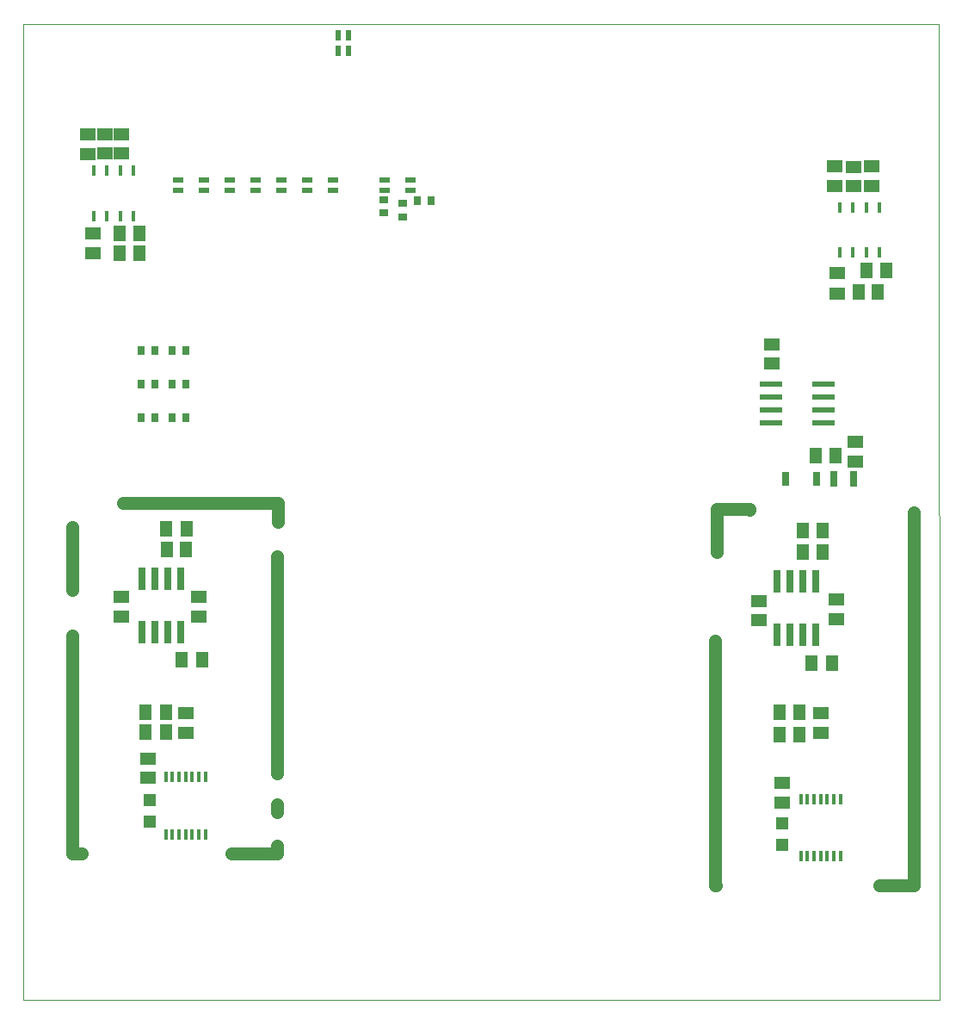
<source format=gbp>
G75*
%MOIN*%
%OFA0B0*%
%FSLAX24Y24*%
%IPPOS*%
%LPD*%
%AMOC8*
5,1,8,0,0,1.08239X$1,22.5*
%
%ADD10C,0.0000*%
%ADD11C,0.0500*%
%ADD12R,0.0512X0.0630*%
%ADD13R,0.0315X0.0551*%
%ADD14R,0.0630X0.0512*%
%ADD15R,0.0276X0.0591*%
%ADD16R,0.0472X0.0472*%
%ADD17R,0.0354X0.0276*%
%ADD18R,0.0591X0.0512*%
%ADD19R,0.0512X0.0591*%
%ADD20R,0.0276X0.0354*%
%ADD21R,0.0230X0.0400*%
%ADD22R,0.0400X0.0230*%
%ADD23R,0.0138X0.0394*%
%ADD24R,0.0256X0.0866*%
%ADD25R,0.0866X0.0236*%
%ADD26R,0.0177X0.0394*%
D10*
X000500Y000494D02*
X000500Y038246D01*
X035988Y038246D01*
X036008Y000494D01*
X000500Y000494D01*
D11*
X002413Y006163D02*
X002780Y006163D01*
X002413Y006163D02*
X002413Y014569D01*
X002413Y016341D02*
X002413Y018785D01*
X004394Y019707D02*
X004394Y019730D01*
X004394Y019707D02*
X010386Y019707D01*
X010386Y018974D01*
X010339Y017648D02*
X010339Y009266D01*
X010362Y008053D02*
X010362Y007762D01*
X010358Y006459D02*
X010362Y006163D01*
X008594Y006163D01*
X027327Y004923D02*
X027327Y014388D01*
X027374Y017817D02*
X027374Y019482D01*
X028650Y019482D01*
X028650Y019447D01*
X027390Y017817D02*
X027374Y017817D01*
X034996Y019364D02*
X034996Y004911D01*
X033689Y004911D01*
X027339Y004923D02*
X027327Y004923D01*
D12*
X029806Y010750D03*
X030594Y010750D03*
X030594Y011600D03*
X029806Y011600D03*
X031056Y013500D03*
X031844Y013500D03*
X031494Y018650D03*
X030706Y018650D03*
X031206Y021550D03*
X031994Y021550D03*
X007444Y013650D03*
X006656Y013650D03*
X006044Y011600D03*
X006044Y010850D03*
X005256Y010850D03*
X005256Y011600D03*
X006056Y018700D03*
X006844Y018700D03*
D13*
X030040Y020650D03*
X031260Y020650D03*
D14*
X032750Y021306D03*
X032750Y022094D03*
X032039Y027829D03*
X032039Y028616D03*
X003197Y029376D03*
X003197Y030163D03*
D15*
X031926Y020650D03*
X032674Y020650D03*
D16*
X029900Y007313D03*
X029900Y006487D03*
X005400Y007387D03*
X005400Y008213D03*
D17*
X014485Y030944D03*
X014485Y031456D03*
X015200Y031306D03*
X015200Y030794D03*
D18*
X004303Y033238D03*
X003665Y033238D03*
X003008Y033222D03*
X003008Y033970D03*
X003665Y033986D03*
X004303Y033986D03*
X004300Y016074D03*
X004300Y015326D03*
X007300Y015326D03*
X007300Y016074D03*
X006800Y011574D03*
X006800Y010826D03*
X005350Y009824D03*
X005350Y009076D03*
X029000Y015176D03*
X029000Y015924D03*
X032000Y015974D03*
X032000Y015226D03*
X031400Y011574D03*
X031400Y010826D03*
X029900Y008874D03*
X029900Y008126D03*
X029500Y025100D03*
X029500Y025848D03*
X031961Y031990D03*
X032677Y031982D03*
X033366Y031986D03*
X033366Y032734D03*
X032677Y032730D03*
X031961Y032738D03*
D19*
X033181Y028703D03*
X033929Y028703D03*
X033622Y027868D03*
X032874Y027868D03*
X031474Y017800D03*
X030726Y017800D03*
X006824Y017900D03*
X006076Y017900D03*
X005008Y029376D03*
X004260Y029376D03*
X004256Y030148D03*
X005004Y030148D03*
D20*
X005094Y025600D03*
X005606Y025600D03*
X006294Y025600D03*
X006806Y025600D03*
X006806Y024300D03*
X006294Y024300D03*
X005606Y024300D03*
X005094Y024300D03*
X005094Y023000D03*
X005606Y023000D03*
X006294Y023000D03*
X006806Y023000D03*
X015794Y031400D03*
X016306Y031400D03*
D21*
X013100Y037200D03*
X012700Y037200D03*
X012700Y037800D03*
X013100Y037800D03*
D22*
X012500Y032200D03*
X012500Y031800D03*
X011500Y031800D03*
X011500Y032200D03*
X010500Y032200D03*
X010500Y031800D03*
X009500Y031800D03*
X009500Y032200D03*
X008500Y032200D03*
X008500Y031800D03*
X007500Y031800D03*
X007500Y032200D03*
X006500Y032200D03*
X006500Y031800D03*
X014500Y031800D03*
X014500Y032200D03*
X015500Y032200D03*
X015500Y031800D03*
D23*
X007568Y009112D03*
X007312Y009112D03*
X007056Y009112D03*
X006800Y009112D03*
X006544Y009112D03*
X006288Y009112D03*
X006032Y009112D03*
X006032Y006888D03*
X006288Y006888D03*
X006544Y006888D03*
X006800Y006888D03*
X007056Y006888D03*
X007312Y006888D03*
X007568Y006888D03*
X030632Y006038D03*
X030888Y006038D03*
X031144Y006038D03*
X031400Y006038D03*
X031656Y006038D03*
X031912Y006038D03*
X032168Y006038D03*
X032168Y008262D03*
X031912Y008262D03*
X031656Y008262D03*
X031400Y008262D03*
X031144Y008262D03*
X030888Y008262D03*
X030632Y008262D03*
D24*
X030700Y014626D03*
X030200Y014626D03*
X029700Y014626D03*
X031200Y014626D03*
X031200Y016674D03*
X030700Y016674D03*
X030200Y016674D03*
X029700Y016674D03*
X006600Y016774D03*
X006100Y016774D03*
X005600Y016774D03*
X005100Y016774D03*
X005100Y014726D03*
X005600Y014726D03*
X006100Y014726D03*
X006600Y014726D03*
D25*
X029480Y022823D03*
X029480Y023323D03*
X029480Y023823D03*
X029480Y024323D03*
X031528Y024323D03*
X031528Y023823D03*
X031528Y023323D03*
X031528Y022823D03*
D26*
X032146Y029411D03*
X032657Y029411D03*
X033169Y029411D03*
X033681Y029411D03*
X033681Y031152D03*
X033169Y031152D03*
X032657Y031152D03*
X032146Y031152D03*
X004776Y030833D03*
X004264Y030833D03*
X003752Y030833D03*
X003240Y030833D03*
X003240Y032573D03*
X003752Y032573D03*
X004264Y032573D03*
X004776Y032573D03*
M02*

</source>
